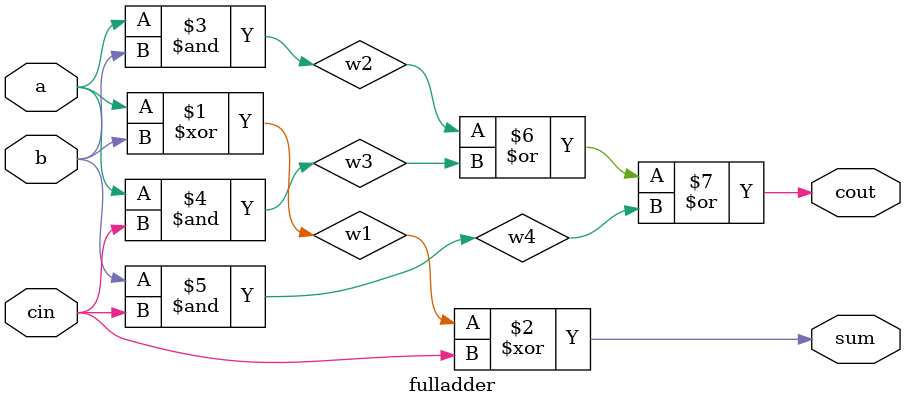
<source format=v>

module fulladder(a,b,cin,cout,sum);
   input a,b,cin;
   output cout,sum;
   wire   w1,w2,w3,w4;
   
   xor #(10) (w1, a, b);
   xor #(10) (sum, w1, cin);
   and #(8)  (w2, a, b);
   and #(8)  (w3, a, cin);
   and #(8)  (w4, b, cin);
   or #(10, 8) (cout, w2, w3, w4);
endmodule
   

</source>
